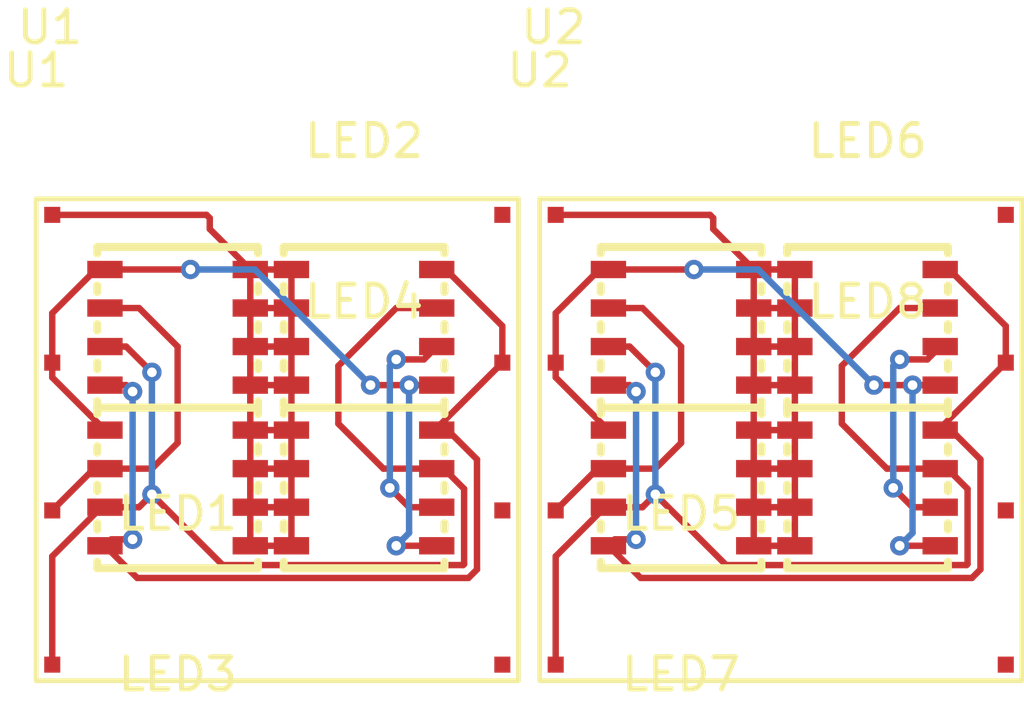
<source format=kicad_pcb>
(kicad_pcb (version 20241229) (generator "pcbnew") (generator_version "9.0")
  (layers (0 "F.Cu" signal) (2 "B.Cu" signal) (13 "F.Paste" user) (15 "B.Paste" user) (5 "F.SilkS" user "F.Silkscreen") (7 "B.SilkS" user "B.Silkscreen") (1 "F.Mask" user) (3 "B.Mask" user) (25 "Edge.Cuts" user))
  (net 0 "")
  (net 1 "pixels[0]-anode")
  (net 2 "pixels[1]-cathode_uv")
  (net 3 "pixels[0]-cathode_cold_white")
  (net 4 "pixels[1]-cathode_ir")
  (net 5 "pixels[0]-cathode_red")
  (net 6 "pixels[0]-cathode_blue")
  (net 7 "pixels[1]-cathode_cold_white")
  (net 8 "pixels[1]-cathode_blue")
  (net 9 "pixels[0]-cathode_green")
  (net 10 "pixels[0]-cathode_ir")
  (net 11 "pixels[1]-cathode_warm_white")
  (net 12 "pixels[0]-cathode_uv")
  (net 13 "pixels[0]-cathode_warm_white")
  (net 14 "pixels[1]-cathode_red")
  (net 15 "pixels[1]-cathode_green")
  (net 16 "pixels[1]-anode")
  (footprint "HONGLITRONIC_HL_5050RGBW_S1_A27:LED-SMD_8P-L5.0-W5.0-P1.20_HL-5050RGBW-S1-A27" (layer "F.Cu") (at 30.6 34)
    (property "Reference" "LED4" (at 0 -5.8 0) (layer "F.SilkS"))
    (property "Value" "")
    (fp_line (start -2.5 -2.5) (end -2.5 -2.3) (stroke (width 0.25)) (layer "F.SilkS"))
    (fp_line (start -2.5 -1.3) (end -2.5 -1.1) (stroke (width 0.25)) (layer "F.SilkS"))
    (fp_line (start -2.5 -0.1) (end -2.5 0.1) (stroke (width 0.25)) (layer "F.SilkS"))
    (fp_line (start -2.5 1.1) (end -2.5 1.3) (stroke (width 0.25)) (layer "F.SilkS"))
    (fp_line (start -2.5 2.3) (end -2.5 2.5) (stroke (width 0.25)) (layer "F.SilkS"))
    (fp_line (start -2.5 2.5) (end 2.5 2.5) (stroke (width 0.25)) (layer "F.SilkS"))
    (fp_line (start 2.5 -2.5) (end -2.5 -2.5) (stroke (width 0.25)) (layer "F.SilkS"))
    (fp_line (start 2.5 -2.3) (end 2.5 -2.5) (stroke (width 0.25)) (layer "F.SilkS"))
    (fp_line (start 2.5 -1.1) (end 2.5 -1.3) (stroke (width 0.25)) (layer "F.SilkS"))
    (fp_line (start 2.5 0.1) (end 2.5 -0.1) (stroke (width 0.25)) (layer "F.SilkS"))
    (fp_line (start 2.5 1.3) (end 2.5 1.1) (stroke (width 0.25)) (layer "F.SilkS"))
    (fp_line (start 2.5 2.5) (end 2.5 2.3) (stroke (width 0.25)) (layer "F.SilkS"))
    (fp_text user "${REFERENCE}" (at 0 -5.8 0) (layer "F.SilkS"))
    (pad "1" smd rect (at 2.26 -1.8 90) (size 0.54 1.1) (layers "F.Cu" "F.Mask" "F.Paste") (net 3 "pixels[0]-cathode_cold_white"))
    (pad "2" smd rect (at -2.26 -1.8 90) (size 0.54 1.1) (layers "F.Cu" "F.Mask" "F.Paste") (net 1 "pixels[0]-anode"))
    (pad "3" smd rect (at 2.26 -0.6 90) (size 0.54 1.1) (layers "F.Cu" "F.Mask" "F.Paste") (net 6 "pixels[0]-cathode_blue"))
    (pad "4" smd rect (at -2.26 -0.6 90) (size 0.54 1.1) (layers "F.Cu" "F.Mask" "F.Paste") (net 1 "pixels[0]-anode"))
    (pad "5" smd rect (at 2.26 0.6 90) (size 0.54 1.1) (layers "F.Cu" "F.Mask" "F.Paste") (net 9 "pixels[0]-cathode_green"))
    (pad "6" smd rect (at -2.26 0.6 90) (size 0.54 1.1) (layers "F.Cu" "F.Mask" "F.Paste") (net 1 "pixels[0]-anode"))
    (pad "7" smd rect (at 2.26 1.8 90) (size 0.54 1.1) (layers "F.Cu" "F.Mask" "F.Paste") (net 5 "pixels[0]-cathode_red"))
    (pad "8" smd rect (at -2.26 1.8 90) (size 0.54 1.1) (layers "F.Cu" "F.Mask" "F.Paste") (net 1 "pixels[0]-anode"))
  )
  (footprint "HONGLITRONIC_HL_5050RGBW_S1_A27:LED-SMD_8P-L5.0-W5.0-P1.20_HL-5050RGBW-S1-A27" (layer "F.Cu") (at 24.8 29 180)
    (property "Reference" "LED1" (at 0 -5.8 180) (layer "F.SilkS"))
    (property "Value" "")
    (fp_line (start 2.5 2.5) (end 2.5 2.3) (stroke (width 0.25)) (layer "F.SilkS"))
    (fp_line (start 2.5 1.3) (end 2.5 1.1) (stroke (width 0.25)) (layer "F.SilkS"))
    (fp_line (start 2.5 0.1) (end 2.5 -0.1) (stroke (width 0.25)) (layer "F.SilkS"))
    (fp_line (start 2.5 -1.1) (end 2.5 -1.3) (stroke (width 0.25)) (layer "F.SilkS"))
    (fp_line (start 2.5 -2.3) (end 2.5 -2.5) (stroke (width 0.25)) (layer "F.SilkS"))
    (fp_line (start 2.5 -2.5) (end -2.5 -2.5) (stroke (width 0.25)) (layer "F.SilkS"))
    (fp_line (start -2.5 2.5) (end 2.5 2.5) (stroke (width 0.25)) (layer "F.SilkS"))
    (fp_line (start -2.5 2.3) (end -2.5 2.5) (stroke (width 0.25)) (layer "F.SilkS"))
    (fp_line (start -2.5 1.1) (end -2.5 1.3) (stroke (width 0.25)) (layer "F.SilkS"))
    (fp_line (start -2.5 -0.1) (end -2.5 0.1) (stroke (width 0.25)) (layer "F.SilkS"))
    (fp_line (start -2.5 -1.3) (end -2.5 -1.1) (stroke (width 0.25)) (layer "F.SilkS"))
    (fp_line (start -2.5 -2.5) (end -2.5 -2.3) (stroke (width 0.25)) (layer "F.SilkS"))
    (fp_text user "${REFERENCE}" (at 0 -5.8 180) (layer "F.SilkS"))
    (pad "1" smd rect (at 2.26 -1.8 270) (size 0.54 1.1) (layers "F.Cu" "F.Mask" "F.Paste") (net 3 "pixels[0]-cathode_cold_white"))
    (pad "2" smd rect (at -2.26 -1.8 270) (size 0.54 1.1) (layers "F.Cu" "F.Mask" "F.Paste") (net 1 "pixels[0]-anode"))
    (pad "3" smd rect (at 2.26 -0.6 270) (size 0.54 1.1) (layers "F.Cu" "F.Mask" "F.Paste") (net 6 "pixels[0]-cathode_blue"))
    (pad "4" smd rect (at -2.26 -0.6 270) (size 0.54 1.1) (layers "F.Cu" "F.Mask" "F.Paste") (net 1 "pixels[0]-anode"))
    (pad "5" smd rect (at 2.26 0.6 270) (size 0.54 1.1) (layers "F.Cu" "F.Mask" "F.Paste") (net 9 "pixels[0]-cathode_green"))
    (pad "6" smd rect (at -2.26 0.6 270) (size 0.54 1.1) (layers "F.Cu" "F.Mask" "F.Paste") (net 1 "pixels[0]-anode"))
    (pad "7" smd rect (at 2.26 1.8 270) (size 0.54 1.1) (layers "F.Cu" "F.Mask" "F.Paste") (net 5 "pixels[0]-cathode_red"))
    (pad "8" smd rect (at -2.26 1.8 270) (size 0.54 1.1) (layers "F.Cu" "F.Mask" "F.Paste") (net 1 "pixels[0]-anode"))
  )
  (footprint "HONGLITRONIC_HL_5050RGBW_S1_A27:LED-SMD_8P-L5.0-W5.0-P1.20_HL-5050RGBW-S1-A27" (layer "F.Cu") (at 46.26 34)
    (property "Reference" "LED8" (at 0 -5.8 0) (layer "F.SilkS"))
    (property "Value" "")
    (fp_line (start -2.5 -2.5) (end -2.5 -2.3) (stroke (width 0.25)) (layer "F.SilkS"))
    (fp_line (start -2.5 -1.3) (end -2.5 -1.1) (stroke (width 0.25)) (layer "F.SilkS"))
    (fp_line (start -2.5 -0.1) (end -2.5 0.1) (stroke (width 0.25)) (layer "F.SilkS"))
    (fp_line (start -2.5 1.1) (end -2.5 1.3) (stroke (width 0.25)) (layer "F.SilkS"))
    (fp_line (start -2.5 2.3) (end -2.5 2.5) (stroke (width 0.25)) (layer "F.SilkS"))
    (fp_line (start -2.5 2.5) (end 2.5 2.5) (stroke (width 0.25)) (layer "F.SilkS"))
    (fp_line (start 2.5 -2.5) (end -2.5 -2.5) (stroke (width 0.25)) (layer "F.SilkS"))
    (fp_line (start 2.5 -2.3) (end 2.5 -2.5) (stroke (width 0.25)) (layer "F.SilkS"))
    (fp_line (start 2.5 -1.1) (end 2.5 -1.3) (stroke (width 0.25)) (layer "F.SilkS"))
    (fp_line (start 2.5 0.1) (end 2.5 -0.1) (stroke (width 0.25)) (layer "F.SilkS"))
    (fp_line (start 2.5 1.3) (end 2.5 1.1) (stroke (width 0.25)) (layer "F.SilkS"))
    (fp_line (start 2.5 2.5) (end 2.5 2.3) (stroke (width 0.25)) (layer "F.SilkS"))
    (fp_text user "${REFERENCE}" (at 0 -5.8 0) (layer "F.SilkS"))
    (pad "1" smd rect (at 2.26 -1.8 90) (size 0.54 1.1) (layers "F.Cu" "F.Mask" "F.Paste") (net 7 "pixels[1]-cathode_cold_white"))
    (pad "2" smd rect (at -2.26 -1.8 90) (size 0.54 1.1) (layers "F.Cu" "F.Mask" "F.Paste") (net 16 "pixels[1]-anode"))
    (pad "3" smd rect (at 2.26 -0.6 90) (size 0.54 1.1) (layers "F.Cu" "F.Mask" "F.Paste") (net 8 "pixels[1]-cathode_blue"))
    (pad "4" smd rect (at -2.26 -0.6 90) (size 0.54 1.1) (layers "F.Cu" "F.Mask" "F.Paste") (net 16 "pixels[1]-anode"))
    (pad "5" smd rect (at 2.26 0.6 90) (size 0.54 1.1) (layers "F.Cu" "F.Mask" "F.Paste") (net 15 "pixels[1]-cathode_green"))
    (pad "6" smd rect (at -2.26 0.6 90) (size 0.54 1.1) (layers "F.Cu" "F.Mask" "F.Paste") (net 16 "pixels[1]-anode"))
    (pad "7" smd rect (at 2.26 1.8 90) (size 0.54 1.1) (layers "F.Cu" "F.Mask" "F.Paste") (net 14 "pixels[1]-cathode_red"))
    (pad "8" smd rect (at -2.26 1.8 90) (size 0.54 1.1) (layers "F.Cu" "F.Mask" "F.Paste") (net 16 "pixels[1]-anode"))
  )
  (footprint "HONGLITRONIC_HL_5050RGBW_S1_A27:LED-SMD_8P-L5.0-W5.0-P1.20_HL-5050RGBW-S1-A27" (layer "F.Cu") (at 30.6 29)
    (property "Reference" "LED2" (at 0 -5.8 0) (layer "F.SilkS"))
    (property "Value" "")
    (fp_line (start -2.5 -2.5) (end -2.5 -2.3) (stroke (width 0.25)) (layer "F.SilkS"))
    (fp_line (start -2.5 -1.3) (end -2.5 -1.1) (stroke (width 0.25)) (layer "F.SilkS"))
    (fp_line (start -2.5 -0.1) (end -2.5 0.1) (stroke (width 0.25)) (layer "F.SilkS"))
    (fp_line (start -2.5 1.1) (end -2.5 1.3) (stroke (width 0.25)) (layer "F.SilkS"))
    (fp_line (start -2.5 2.3) (end -2.5 2.5) (stroke (width 0.25)) (layer "F.SilkS"))
    (fp_line (start -2.5 2.5) (end 2.5 2.5) (stroke (width 0.25)) (layer "F.SilkS"))
    (fp_line (start 2.5 -2.5) (end -2.5 -2.5) (stroke (width 0.25)) (layer "F.SilkS"))
    (fp_line (start 2.5 -2.3) (end 2.5 -2.5) (stroke (width 0.25)) (layer "F.SilkS"))
    (fp_line (start 2.5 -1.1) (end 2.5 -1.3) (stroke (width 0.25)) (layer "F.SilkS"))
    (fp_line (start 2.5 0.1) (end 2.5 -0.1) (stroke (width 0.25)) (layer "F.SilkS"))
    (fp_line (start 2.5 1.3) (end 2.5 1.1) (stroke (width 0.25)) (layer "F.SilkS"))
    (fp_line (start 2.5 2.5) (end 2.5 2.3) (stroke (width 0.25)) (layer "F.SilkS"))
    (fp_text user "${REFERENCE}" (at 0 -5.8 0) (layer "F.SilkS"))
    (pad "1" smd rect (at 2.26 -1.8 90) (size 0.54 1.1) (layers "F.Cu" "F.Mask" "F.Paste") (net 3 "pixels[0]-cathode_cold_white"))
    (pad "2" smd rect (at -2.26 -1.8 90) (size 0.54 1.1) (layers "F.Cu" "F.Mask" "F.Paste") (net 1 "pixels[0]-anode"))
    (pad "3" smd rect (at 2.26 -0.6 90) (size 0.54 1.1) (layers "F.Cu" "F.Mask" "F.Paste") (net 6 "pixels[0]-cathode_blue"))
    (pad "4" smd rect (at -2.26 -0.6 90) (size 0.54 1.1) (layers "F.Cu" "F.Mask" "F.Paste") (net 1 "pixels[0]-anode"))
    (pad "5" smd rect (at 2.26 0.6 90) (size 0.54 1.1) (layers "F.Cu" "F.Mask" "F.Paste") (net 9 "pixels[0]-cathode_green"))
    (pad "6" smd rect (at -2.26 0.6 90) (size 0.54 1.1) (layers "F.Cu" "F.Mask" "F.Paste") (net 1 "pixels[0]-anode"))
    (pad "7" smd rect (at 2.26 1.8 90) (size 0.54 1.1) (layers "F.Cu" "F.Mask" "F.Paste") (net 5 "pixels[0]-cathode_red"))
    (pad "8" smd rect (at -2.26 1.8 90) (size 0.54 1.1) (layers "F.Cu" "F.Mask" "F.Paste") (net 1 "pixels[0]-anode"))
  )
  (footprint "HONGLITRONIC_HL_5050RGBW_S1_A27:LED-SMD_8P-L5.0-W5.0-P1.20_HL-5050RGBW-S1-A27" (layer "F.Cu") (at 40.46 34 180)
    (property "Reference" "LED7" (at 0 -5.8 180) (layer "F.SilkS"))
    (property "Value" "")
    (fp_line (start 2.5 2.5) (end 2.5 2.3) (stroke (width 0.25)) (layer "F.SilkS"))
    (fp_line (start 2.5 1.3) (end 2.5 1.1) (stroke (width 0.25)) (layer "F.SilkS"))
    (fp_line (start 2.5 0.1) (end 2.5 -0.1) (stroke (width 0.25)) (layer "F.SilkS"))
    (fp_line (start 2.5 -1.1) (end 2.5 -1.3) (stroke (width 0.25)) (layer "F.SilkS"))
    (fp_line (start 2.5 -2.3) (end 2.5 -2.5) (stroke (width 0.25)) (layer "F.SilkS"))
    (fp_line (start 2.5 -2.5) (end -2.5 -2.5) (stroke (width 0.25)) (layer "F.SilkS"))
    (fp_line (start -2.5 2.5) (end 2.5 2.5) (stroke (width 0.25)) (layer "F.SilkS"))
    (fp_line (start -2.5 2.3) (end -2.5 2.5) (stroke (width 0.25)) (layer "F.SilkS"))
    (fp_line (start -2.5 1.1) (end -2.5 1.3) (stroke (width 0.25)) (layer "F.SilkS"))
    (fp_line (start -2.5 -0.1) (end -2.5 0.1) (stroke (width 0.25)) (layer "F.SilkS"))
    (fp_line (start -2.5 -1.3) (end -2.5 -1.1) (stroke (width 0.25)) (layer "F.SilkS"))
    (fp_line (start -2.5 -2.5) (end -2.5 -2.3) (stroke (width 0.25)) (layer "F.SilkS"))
    (fp_text user "${REFERENCE}" (at 0 -5.8 180) (layer "F.SilkS"))
    (pad "1" smd rect (at 2.26 -1.8 270) (size 0.54 1.1) (layers "F.Cu" "F.Mask" "F.Paste") (net 7 "pixels[1]-cathode_cold_white"))
    (pad "2" smd rect (at -2.26 -1.8 270) (size 0.54 1.1) (layers "F.Cu" "F.Mask" "F.Paste") (net 16 "pixels[1]-anode"))
    (pad "3" smd rect (at 2.26 -0.6 270) (size 0.54 1.1) (layers "F.Cu" "F.Mask" "F.Paste") (net 8 "pixels[1]-cathode_blue"))
    (pad "4" smd rect (at -2.26 -0.6 270) (size 0.54 1.1) (layers "F.Cu" "F.Mask" "F.Paste") (net 16 "pixels[1]-anode"))
    (pad "5" smd rect (at 2.26 0.6 270) (size 0.54 1.1) (layers "F.Cu" "F.Mask" "F.Paste") (net 15 "pixels[1]-cathode_green"))
    (pad "6" smd rect (at -2.26 0.6 270) (size 0.54 1.1) (layers "F.Cu" "F.Mask" "F.Paste") (net 16 "pixels[1]-anode"))
    (pad "7" smd rect (at 2.26 1.8 270) (size 0.54 1.1) (layers "F.Cu" "F.Mask" "F.Paste") (net 14 "pixels[1]-cathode_red"))
    (pad "8" smd rect (at -2.26 1.8 270) (size 0.54 1.1) (layers "F.Cu" "F.Mask" "F.Paste") (net 16 "pixels[1]-anode"))
  )
  (footprint "HONGLITRONIC_HL_5050RGBW_S1_A27:LED-SMD_8P-L5.0-W5.0-P1.20_HL-5050RGBW-S1-A27" (layer "F.Cu") (at 24.8 34 180)
    (property "Reference" "LED3" (at 0 -5.8 180) (layer "F.SilkS"))
    (property "Value" "")
    (fp_line (start 2.5 2.5) (end 2.5 2.3) (stroke (width 0.25)) (layer "F.SilkS"))
    (fp_line (start 2.5 1.3) (end 2.5 1.1) (stroke (width 0.25)) (layer "F.SilkS"))
    (fp_line (start 2.5 0.1) (end 2.5 -0.1) (stroke (width 0.25)) (layer "F.SilkS"))
    (fp_line (start 2.5 -1.1) (end 2.5 -1.3) (stroke (width 0.25)) (layer "F.SilkS"))
    (fp_line (start 2.5 -2.3) (end 2.5 -2.5) (stroke (width 0.25)) (layer "F.SilkS"))
    (fp_line (start 2.5 -2.5) (end -2.5 -2.5) (stroke (width 0.25)) (layer "F.SilkS"))
    (fp_line (start -2.5 2.5) (end 2.5 2.5) (stroke (width 0.25)) (layer "F.SilkS"))
    (fp_line (start -2.5 2.3) (end -2.5 2.5) (stroke (width 0.25)) (layer "F.SilkS"))
    (fp_line (start -2.5 1.1) (end -2.5 1.3) (stroke (width 0.25)) (layer "F.SilkS"))
    (fp_line (start -2.5 -0.1) (end -2.5 0.1) (stroke (width 0.25)) (layer "F.SilkS"))
    (fp_line (start -2.5 -1.3) (end -2.5 -1.1) (stroke (width 0.25)) (layer "F.SilkS"))
    (fp_line (start -2.5 -2.5) (end -2.5 -2.3) (stroke (width 0.25)) (layer "F.SilkS"))
    (fp_text user "${REFERENCE}" (at 0 -5.8 180) (layer "F.SilkS"))
    (pad "1" smd rect (at 2.26 -1.8 270) (size 0.54 1.1) (layers "F.Cu" "F.Mask" "F.Paste") (net 3 "pixels[0]-cathode_cold_white"))
    (pad "2" smd rect (at -2.26 -1.8 270) (size 0.54 1.1) (layers "F.Cu" "F.Mask" "F.Paste") (net 1 "pixels[0]-anode"))
    (pad "3" smd rect (at 2.26 -0.6 270) (size 0.54 1.1) (layers "F.Cu" "F.Mask" "F.Paste") (net 6 "pixels[0]-cathode_blue"))
    (pad "4" smd rect (at -2.26 -0.6 270) (size 0.54 1.1) (layers "F.Cu" "F.Mask" "F.Paste") (net 1 "pixels[0]-anode"))
    (pad "5" smd rect (at 2.26 0.6 270) (size 0.54 1.1) (layers "F.Cu" "F.Mask" "F.Paste") (net 9 "pixels[0]-cathode_green"))
    (pad "6" smd rect (at -2.26 0.6 270) (size 0.54 1.1) (layers "F.Cu" "F.Mask" "F.Paste") (net 1 "pixels[0]-anode"))
    (pad "7" smd rect (at 2.26 1.8 270) (size 0.54 1.1) (layers "F.Cu" "F.Mask" "F.Paste") (net 5 "pixels[0]-cathode_red"))
    (pad "8" smd rect (at -2.26 1.8 270) (size 0.54 1.1) (layers "F.Cu" "F.Mask" "F.Paste") (net 1 "pixels[0]-anode"))
  )
  (footprint "ATOPILE_PIXEL15:pixel15" (layer "F.Cu") (at 20.4 25)
    (property "Reference" "U1" (at 0.43 -5.34 0) (layer "F.SilkS"))
    (property "Value" "" (hide yes))
    (fp_line (start 0 0) (end 0 15) (stroke (width 0.15)) (layer "F.SilkS"))
    (fp_line (start 0 0) (end 15 0) (stroke (width 0.15)) (layer "F.SilkS"))
    (fp_line (start 0 15) (end 15 15) (stroke (width 0.15)) (layer "F.SilkS"))
    (fp_line (start 15 0) (end 15 15) (stroke (width 0.15)) (layer "F.SilkS"))
    (fp_text user "${REFERENCE}" (at 0 -4 0) (layer "F.SilkS"))
    (pad "1" smd rect (at 0.5 0.5) (size 0.5 0.5) (layers "F.Cu" "F.Mask" "F.Paste") (net 1 "pixels[0]-anode"))
    (pad "2" smd rect (at 0.5 5.1) (size 0.5 0.5) (layers "F.Cu" "F.Mask" "F.Paste") (net 5 "pixels[0]-cathode_red"))
    (pad "3" smd rect (at 0.5 9.7) (size 0.5 0.5) (layers "F.Cu" "F.Mask" "F.Paste") (net 9 "pixels[0]-cathode_green"))
    (pad "4" smd rect (at 0.5 14.5) (size 0.5 0.5) (layers "F.Cu" "F.Mask" "F.Paste") (net 6 "pixels[0]-cathode_blue"))
    (pad "5" smd rect (at 14.5 0.5) (size 0.5 0.5) (layers "F.Cu" "F.Mask" "F.Paste") (net 13 "pixels[0]-cathode_warm_white"))
    (pad "6" smd rect (at 14.5 5.1) (size 0.5 0.5) (layers "F.Cu" "F.Mask" "F.Paste") (net 3 "pixels[0]-cathode_cold_white"))
    (pad "7" smd rect (at 14.5 9.7) (size 0.5 0.5) (layers "F.Cu" "F.Mask" "F.Paste") (net 12 "pixels[0]-cathode_uv"))
    (pad "8" smd rect (at 14.5 14.5) (size 0.5 0.5) (layers "F.Cu" "F.Mask" "F.Paste") (net 10 "pixels[0]-cathode_ir"))
  )
  (footprint "ATOPILE_PIXEL15:pixel15" (layer "F.Cu") (at 36.06 25)
    (property "Reference" "U2" (at 0.43 -5.34 0) (layer "F.SilkS"))
    (property "Value" "" (hide yes))
    (fp_line (start 0 0) (end 0 15) (stroke (width 0.15)) (layer "F.SilkS"))
    (fp_line (start 0 0) (end 15 0) (stroke (width 0.15)) (layer "F.SilkS"))
    (fp_line (start 0 15) (end 15 15) (stroke (width 0.15)) (layer "F.SilkS"))
    (fp_line (start 15 0) (end 15 15) (stroke (width 0.15)) (layer "F.SilkS"))
    (fp_text user "${REFERENCE}" (at 0 -4 0) (layer "F.SilkS"))
    (pad "1" smd rect (at 0.5 0.5) (size 0.5 0.5) (layers "F.Cu" "F.Mask" "F.Paste") (net 16 "pixels[1]-anode"))
    (pad "2" smd rect (at 0.5 5.1) (size 0.5 0.5) (layers "F.Cu" "F.Mask" "F.Paste") (net 14 "pixels[1]-cathode_red"))
    (pad "3" smd rect (at 0.5 9.7) (size 0.5 0.5) (layers "F.Cu" "F.Mask" "F.Paste") (net 15 "pixels[1]-cathode_green"))
    (pad "4" smd rect (at 0.5 14.5) (size 0.5 0.5) (layers "F.Cu" "F.Mask" "F.Paste") (net 8 "pixels[1]-cathode_blue"))
    (pad "5" smd rect (at 14.5 0.5) (size 0.5 0.5) (layers "F.Cu" "F.Mask" "F.Paste") (net 11 "pixels[1]-cathode_warm_white"))
    (pad "6" smd rect (at 14.5 5.1) (size 0.5 0.5) (layers "F.Cu" "F.Mask" "F.Paste") (net 7 "pixels[1]-cathode_cold_white"))
    (pad "7" smd rect (at 14.5 9.7) (size 0.5 0.5) (layers "F.Cu" "F.Mask" "F.Paste") (net 2 "pixels[1]-cathode_uv"))
    (pad "8" smd rect (at 14.5 14.5) (size 0.5 0.5) (layers "F.Cu" "F.Mask" "F.Paste") (net 4 "pixels[1]-cathode_ir"))
  )
  (footprint "HONGLITRONIC_HL_5050RGBW_S1_A27:LED-SMD_8P-L5.0-W5.0-P1.20_HL-5050RGBW-S1-A27" (layer "F.Cu") (at 40.46 29 180)
    (property "Reference" "LED5" (at 0 -5.8 180) (layer "F.SilkS"))
    (property "Value" "")
    (fp_line (start 2.5 2.5) (end 2.5 2.3) (stroke (width 0.25)) (layer "F.SilkS"))
    (fp_line (start 2.5 1.3) (end 2.5 1.1) (stroke (width 0.25)) (layer "F.SilkS"))
    (fp_line (start 2.5 0.1) (end 2.5 -0.1) (stroke (width 0.25)) (layer "F.SilkS"))
    (fp_line (start 2.5 -1.1) (end 2.5 -1.3) (stroke (width 0.25)) (layer "F.SilkS"))
    (fp_line (start 2.5 -2.3) (end 2.5 -2.5) (stroke (width 0.25)) (layer "F.SilkS"))
    (fp_line (start 2.5 -2.5) (end -2.5 -2.5) (stroke (width 0.25)) (layer "F.SilkS"))
    (fp_line (start -2.5 2.5) (end 2.5 2.5) (stroke (width 0.25)) (layer "F.SilkS"))
    (fp_line (start -2.5 2.3) (end -2.5 2.5) (stroke (width 0.25)) (layer "F.SilkS"))
    (fp_line (start -2.5 1.1) (end -2.5 1.3) (stroke (width 0.25)) (layer "F.SilkS"))
    (fp_line (start -2.5 -0.1) (end -2.5 0.1) (stroke (width 0.25)) (layer "F.SilkS"))
    (fp_line (start -2.5 -1.3) (end -2.5 -1.1) (stroke (width 0.25)) (layer "F.SilkS"))
    (fp_line (start -2.5 -2.5) (end -2.5 -2.3) (stroke (width 0.25)) (layer "F.SilkS"))
    (fp_text user "${REFERENCE}" (at 0 -5.8 180) (layer "F.SilkS"))
    (pad "1" smd rect (at 2.26 -1.8 270) (size 0.54 1.1) (layers "F.Cu" "F.Mask" "F.Paste") (net 7 "pixels[1]-cathode_cold_white"))
    (pad "2" smd rect (at -2.26 -1.8 270) (size 0.54 1.1) (layers "F.Cu" "F.Mask" "F.Paste") (net 16 "pixels[1]-anode"))
    (pad "3" smd rect (at 2.26 -0.6 270) (size 0.54 1.1) (layers "F.Cu" "F.Mask" "F.Paste") (net 8 "pixels[1]-cathode_blue"))
    (pad "4" smd rect (at -2.26 -0.6 270) (size 0.54 1.1) (layers "F.Cu" "F.Mask" "F.Paste") (net 16 "pixels[1]-anode"))
    (pad "5" smd rect (at 2.26 0.6 270) (size 0.54 1.1) (layers "F.Cu" "F.Mask" "F.Paste") (net 15 "pixels[1]-cathode_green"))
    (pad "6" smd rect (at -2.26 0.6 270) (size 0.54 1.1) (layers "F.Cu" "F.Mask" "F.Paste") (net 16 "pixels[1]-anode"))
    (pad "7" smd rect (at 2.26 1.8 270) (size 0.54 1.1) (layers "F.Cu" "F.Mask" "F.Paste") (net 14 "pixels[1]-cathode_red"))
    (pad "8" smd rect (at -2.26 1.8 270) (size 0.54 1.1) (layers "F.Cu" "F.Mask" "F.Paste") (net 16 "pixels[1]-anode"))
  )
  (footprint "HONGLITRONIC_HL_5050RGBW_S1_A27:LED-SMD_8P-L5.0-W5.0-P1.20_HL-5050RGBW-S1-A27" (layer "F.Cu") (at 46.26 29)
    (property "Reference" "LED6" (at 0 -5.8 0) (layer "F.SilkS"))
    (property "Value" "")
    (fp_line (start -2.5 -2.5) (end -2.5 -2.3) (stroke (width 0.25)) (layer "F.SilkS"))
    (fp_line (start -2.5 -1.3) (end -2.5 -1.1) (stroke (width 0.25)) (layer "F.SilkS"))
    (fp_line (start -2.5 -0.1) (end -2.5 0.1) (stroke (width 0.25)) (layer "F.SilkS"))
    (fp_line (start -2.5 1.1) (end -2.5 1.3) (stroke (width 0.25)) (layer "F.SilkS"))
    (fp_line (start -2.5 2.3) (end -2.5 2.5) (stroke (width 0.25)) (layer "F.SilkS"))
    (fp_line (start -2.5 2.5) (end 2.5 2.5) (stroke (width 0.25)) (layer "F.SilkS"))
    (fp_line (start 2.5 -2.5) (end -2.5 -2.5) (stroke (width 0.25)) (layer "F.SilkS"))
    (fp_line (start 2.5 -2.3) (end 2.5 -2.5) (stroke (width 0.25)) (layer "F.SilkS"))
    (fp_line (start 2.5 -1.1) (end 2.5 -1.3) (stroke (width 0.25)) (layer "F.SilkS"))
    (fp_line (start 2.5 0.1) (end 2.5 -0.1) (stroke (width 0.25)) (layer "F.SilkS"))
    (fp_line (start 2.5 1.3) (end 2.5 1.1) (stroke (width 0.25)) (layer "F.SilkS"))
    (fp_line (start 2.5 2.5) (end 2.5 2.3) (stroke (width 0.25)) (layer "F.SilkS"))
    (fp_text user "${REFERENCE}" (at 0 -5.8 0) (layer "F.SilkS"))
    (pad "1" smd rect (at 2.26 -1.8 90) (size 0.54 1.1) (layers "F.Cu" "F.Mask" "F.Paste") (net 7 "pixels[1]-cathode_cold_white"))
    (pad "2" smd rect (at -2.26 -1.8 90) (size 0.54 1.1) (layers "F.Cu" "F.Mask" "F.Paste") (net 16 "pixels[1]-anode"))
    (pad "3" smd rect (at 2.26 -0.6 90) (size 0.54 1.1) (layers "F.Cu" "F.Mask" "F.Paste") (net 8 "pixels[1]-cathode_blue"))
    (pad "4" smd rect (at -2.26 -0.6 90) (size 0.54 1.1) (layers "F.Cu" "F.Mask" "F.Paste") (net 16 "pixels[1]-anode"))
    (pad "5" smd rect (at 2.26 0.6 90) (size 0.54 1.1) (layers "F.Cu" "F.Mask" "F.Paste") (net 15 "pixels[1]-cathode_green"))
    (pad "6" smd rect (at -2.26 0.6 90) (size 0.54 1.1) (layers "F.Cu" "F.Mask" "F.Paste") (net 16 "pixels[1]-anode"))
    (pad "7" smd rect (at 2.26 1.8 90) (size 0.54 1.1) (layers "F.Cu" "F.Mask" "F.Paste") (net 14 "pixels[1]-cathode_red"))
    (pad "8" smd rect (at -2.26 1.8 90) (size 0.54 1.1) (layers "F.Cu" "F.Mask" "F.Paste") (net 16 "pixels[1]-anode"))
  )
  (segment (start 27.06 29.6) (end 28.34 29.6) (width 0.2) (layer "F.Cu") (net 1))
  (segment (start 25.8 25.94) (end 25.8 25.6) (width 0.2) (layer "F.Cu") (net 1))
  (segment (start 27.06 28.4) (end 28.34 28.4) (width 0.2) (layer "F.Cu") (net 1))
  (segment (start 25.8 25.6) (end 25.7 25.5) (width 0.2) (layer "F.Cu") (net 1))
  (segment (start 27.06 27.2) (end 28.34 27.2) (width 0.2) (layer "F.Cu") (net 1))
  (segment (start 27.06 27.2) (end 25.8 25.94) (width 0.2) (layer "F.Cu") (net 1))
  (segment (start 28.34 32.2) (end 28.34 35.8) (width 0.2) (layer "F.Cu") (net 1))
  (segment (start 27.06 32.2) (end 27.06 35.8) (width 0.2) (layer "F.Cu") (net 1))
  (segment (start 27.06 27.2) (end 27.06 30.8) (width 0.2) (layer "F.Cu") (net 1))
  (segment (start 27.06 30.8) (end 27.06 32.2) (width 0.2) (layer "F.Cu") (net 1))
  (segment (start 28.34 30.8) (end 28.34 27.2) (width 0.2) (layer "F.Cu") (net 1))
  (segment (start 25.7 25.5) (end 20.9 25.5) (width 0.2) (layer "F.Cu") (net 1))
  (segment (start 27.06 33.4) (end 28.34 33.4) (width 0.2) (layer "F.Cu") (net 1))
  (segment (start 27.06 35.8) (end 28.34 35.8) (width 0.2) (layer "F.Cu") (net 1))
  (segment (start 27.06 34.6) (end 28.34 34.6) (width 0.2) (layer "F.Cu") (net 1))
  (segment (start 27.06 32.2) (end 28.34 32.2) (width 0.2) (layer "F.Cu") (net 1))
  (segment (start 27.06 30.8) (end 28.34 30.8) (width 0.2) (layer "F.Cu") (net 1))
  (segment (start 28.34 30.8) (end 28.34 32.2) (width 0.2) (layer "F.Cu") (net 1))
  (segment (start 33.14 27.2) (end 34.9 28.96) (width 0.2) (layer "F.Cu") (net 3))
  (segment (start 23.2 30.8) (end 23.4 31) (width 0.2) (layer "F.Cu") (net 3))
  (segment (start 34.112 33.112) (end 33.2 32.2) (width 0.2) (layer "F.Cu") (net 3))
  (segment (start 34.112 36.5371) (end 34.112 33.112) (width 0.2) (layer "F.Cu") (net 3))
  (segment (start 32.86 32.2) (end 32.86 32.14) (width 0.2) (layer "F.Cu") (net 3))
  (segment (start 23.4 35.6) (end 22.74 35.6) (width 0.2) (layer "F.Cu") (net 3))
  (segment (start 22.54 30.8) (end 23.2 30.8) (width 0.2) (layer "F.Cu") (net 3))
  (segment (start 34.9 28.96) (end 34.9 30.1) (width 0.2) (layer "F.Cu") (net 3))
  (segment (start 23.542 36.802) (end 33.8471 36.802) (width 0.2) (layer "F.Cu") (net 3))
  (segment (start 32.86 27.2) (end 33.14 27.2) (width 0.2) (layer "F.Cu") (net 3))
  (segment (start 32.86 32.14) (end 34.9 30.1) (width 0.2) (layer "F.Cu") (net 3))
  (segment (start 22.54 35.8) (end 23.542 36.802) (width 0.2) (layer "F.Cu") (net 3))
  (segment (start 22.74 35.6) (end 22.54 35.8) (width 0.2) (layer "F.Cu") (net 3))
  (segment (start 33.2 32.2) (end 32.86 32.2) (width 0.2) (layer "F.Cu") (net 3))
  (segment (start 33.8471 36.802) (end 34.112 36.5371) (width 0.2) (layer "F.Cu") (net 3))
  (via (at 23.4 35.6) (size 0.6) (drill 0.3) (layers "F.Cu" "B.Cu") (net 3))
  (via (at 23.4 31) (size 0.6) (drill 0.3) (layers "F.Cu" "B.Cu") (net 3))
  (segment (start 23.4 31) (end 23.4 35.6) (width 0.2) (layer "B.Cu") (net 3))
  (segment (start 32.86 30.8) (end 32 30.8) (width 0.2) (layer "F.Cu") (net 5))
  (segment (start 20.9 30.56) (end 20.9 30.1) (width 0.2) (layer "F.Cu") (net 5))
  (segment (start 20.9 28.56) (end 20.9 30.1) (width 0.2) (layer "F.Cu") (net 5))
  (segment (start 22.54 27.2) (end 22.26 27.2) (width 0.2) (layer "F.Cu") (net 5))
  (segment (start 22.54 27.2) (end 25.2 27.2) (width 0.2) (layer "F.Cu") (net 5))
  (segment (start 31.6 35.8) (end 32.86 35.8) (width 0.2) (layer "F.Cu") (net 5))
  (segment (start 22.54 32.2) (end 20.9 30.56) (width 0.2) (layer "F.Cu") (net 5))
  (segment (start 22.26 27.2) (end 20.9 28.56) (width 0.2) (layer "F.Cu") (net 5))
  (segment (start 30.8 30.8) (end 32 30.8) (width 0.2) (layer "F.Cu") (net 5))
  (via (at 30.8 30.8) (size 0.6) (drill 0.3) (layers "F.Cu" "B.Cu") (net 5))
  (via (at 31.6 35.8) (size 0.6) (drill 0.3) (layers "F.Cu" "B.Cu") (net 5))
  (via (at 32 30.8) (size 0.6) (drill 0.3) (layers "F.Cu" "B.Cu") (net 5))
  (via (at 25.2 27.2) (size 0.6) (drill 0.3) (layers "F.Cu" "B.Cu") (net 5))
  (segment (start 32 35.4) (end 31.6 35.8) (width 0.2) (layer "B.Cu") (net 5))
  (segment (start 27.2 27.2) (end 30.8 30.8) (width 0.2) (layer "B.Cu") (net 5))
  (segment (start 25.2 27.2) (end 27.2 27.2) (width 0.2) (layer "B.Cu") (net 5))
  (segment (start 32 30.8) (end 32 35.4) (width 0.2) (layer "B.Cu") (net 5))
  (segment (start 33.711 34.029) (end 33.711 36.371) (width 0.2) (layer "F.Cu") (net 6))
  (segment (start 29.8 30.2) (end 31.6 28.4) (width 0.2) (layer "F.Cu") (net 6))
  (segment (start 24 34.2) (end 23.6 34.6) (width 0.2) (layer "F.Cu") (net 6))
  (segment (start 33.711 36.371) (end 33.681 36.401) (width 0.2) (layer "F.Cu") (net 6))
  (segment (start 31.2 33.4) (end 29.8 32) (width 0.2) (layer "F.Cu") (net 6))
  (segment (start 20.9 36.129) (end 22.429 34.6) (width 0.2) (layer "F.Cu") (net 6))
  (segment (start 22.429 34.6) (end 22.54 34.6) (width 0.2) (layer "F.Cu") (net 6))
  (segment (start 20.9 39.5) (end 20.9 36.129) (width 0.2) (layer "F.Cu") (net 6))
  (segment (start 23.2 29.6) (end 24 30.4) (width 0.2) (layer "F.Cu") (net 6))
  (segment (start 22.54 29.6) (end 23.2 29.6) (width 0.2) (layer "F.Cu") (net 6))
  (segment (start 32.86 33.4) (end 31.2 33.4) (width 0.2) (layer "F.Cu") (net 6))
  (segment (start 26.201 36.401) (end 24 34.2) (width 0.2) (layer "F.Cu") (net 6))
  (segment (start 33.082 33.4) (end 33.711 34.029) (width 0.2) (layer "F.Cu") (net 6))
  (segment (start 29.8 32) (end 29.8 30.2) (width 0.2) (layer "F.Cu") (net 6))
  (segment (start 32.86 33.4) (end 33.082 33.4) (width 0.2) (layer "F.Cu") (net 6))
  (segment (start 33.681 36.401) (end 26.201 36.401) (width 0.2) (layer "F.Cu") (net 6))
  (segment (start 23.6 34.6) (end 22.54 34.6) (width 0.2) (layer "F.Cu") (net 6))
  (segment (start 31.6 28.4) (end 32.86 28.4) (width 0.2) (layer "F.Cu") (net 6))
  (via (at 24 34.2) (size 0.6) (drill 0.3) (layers "F.Cu" "B.Cu") (net 6))
  (via (at 24 30.4) (size 0.6) (drill 0.3) (layers "F.Cu" "B.Cu") (net 6))
  (segment (start 24 30.4) (end 24 34.2) (width 0.2) (layer "B.Cu") (net 6))
  (segment (start 48.52 27.2) (end 48.8 27.2) (width 0.2) (layer "F.Cu") (net 7))
  (segment (start 38.4 35.6) (end 38.2 35.8) (width 0.2) (layer "F.Cu") (net 7))
  (segment (start 38.2 30.8) (end 38.86 30.8) (width 0.2) (layer "F.Cu") (net 7))
  (segment (start 39.202 36.802) (end 49.5071 36.802) (width 0.2) (layer "F.Cu") (net 7))
  (segment (start 50.56 28.96) (end 50.56 30.1) (width 0.2) (layer "F.Cu") (net 7))
  (segment (start 48.86 32.2) (end 48.52 32.2) (width 0.2) (layer "F.Cu") (net 7))
  (segment (start 48.52 32.2) (end 48.52 32.14) (width 0.2) (layer "F.Cu") (net 7))
  (segment (start 39.06 35.6) (end 38.4 35.6) (width 0.2) (layer "F.Cu") (net 7))
  (segment (start 48.8 27.2) (end 50.56 28.96) (width 0.2) (layer "F.Cu") (net 7))
  (segment (start 49.772 33.112) (end 48.86 32.2) (width 0.2) (layer "F.Cu") (net 7))
  (segment (start 38.86 30.8) (end 39.06 31) (width 0.2) (layer "F.Cu") (net 7))
  (segment (start 38.2 35.8) (end 39.202 36.802) (width 0.2) (layer "F.Cu") (net 7))
  (segment (start 48.52 32.14) (end 50.56 30.1) (width 0.2) (layer "F.Cu") (net 7))
  (segment (start 49.772 36.5371) (end 49.772 33.112) (width 0.2) (layer "F.Cu") (net 7))
  (segment (start 49.5071 36.802) (end 49.772 36.5371) (width 0.2) (layer "F.Cu") (net 7))
  (via (at 39.06 35.6) (size 0.6) (drill 0.3) (layers "F.Cu" "B.Cu") (net 7))
  (via (at 39.06 31) (size 0.6) (drill 0.3) (layers "F.Cu" "B.Cu") (net 7))
  (segment (start 39.06 31) (end 39.06 35.6) (width 0.2) (layer "B.Cu") (net 7))
  (segment (start 49.341 36.401) (end 41.861 36.401) (width 0.2) (layer "F.Cu") (net 8))
  (segment (start 47.26 28.4) (end 48.52 28.4) (width 0.2) (layer "F.Cu") (net 8))
  (segment (start 49.371 34.029) (end 49.371 36.371) (width 0.2) (layer "F.Cu") (net 8))
  (segment (start 38.089 34.6) (end 38.2 34.6) (width 0.2) (layer "F.Cu") (net 8))
  (segment (start 38.2 29.6) (end 38.86 29.6) (width 0.2) (layer "F.Cu") (net 8))
  (segment (start 48.742 33.4) (end 49.371 34.029) (width 0.2) (layer "F.Cu") (net 8))
  (segment (start 38.86 29.6) (end 39.66 30.4) (width 0.2) (layer "F.Cu") (net 8))
  (segment (start 48.52 33.4) (end 46.86 33.4) (width 0.2) (layer "F.Cu") (net 8))
  (segment (start 45.46 30.2) (end 47.26 28.4) (width 0.2) (layer "F.Cu") (net 8))
  (segment (start 39.66 34.2) (end 39.26 34.6) (width 0.2) (layer "F.Cu") (net 8))
  (segment (start 46.86 33.4) (end 45.46 32) (width 0.2) (layer "F.Cu") (net 8))
  (segment (start 49.371 36.371) (end 49.341 36.401) (width 0.2) (layer "F.Cu") (net 8))
  (segment (start 39.26 34.6) (end 38.2 34.6) (width 0.2) (layer "F.Cu") (net 8))
  (segment (start 36.56 36.129) (end 38.089 34.6) (width 0.2) (layer "F.Cu") (net 8))
  (segment (start 45.46 32) (end 45.46 30.2) (width 0.2) (layer "F.Cu") (net 8))
  (segment (start 41.861 36.401) (end 39.66 34.2) (width 0.2) (layer "F.Cu") (net 8))
  (segment (start 48.52 33.4) (end 48.742 33.4) (width 0.2) (layer "F.Cu") (net 8))
  (segment (start 36.56 39.5) (end 36.56 36.129) (width 0.2) (layer "F.Cu") (net 8))
  (via (at 39.66 34.2) (size 0.6) (drill 0.3) (layers "F.Cu" "B.Cu") (net 8))
  (via (at 39.66 30.4) (size 0.6) (drill 0.3) (layers "F.Cu" "B.Cu") (net 8))
  (segment (start 39.66 30.4) (end 39.66 34.2) (width 0.2) (layer "B.Cu") (net 8))
  (segment (start 24.8 32.6) (end 24 33.4) (width 0.2) (layer "F.Cu") (net 9))
  (segment (start 22.54 33.4) (end 22.2 33.4) (width 0.2) (layer "F.Cu") (net 9))
  (segment (start 32.86 34.6) (end 32 34.6) (width 0.2) (layer "F.Cu") (net 9))
  (segment (start 32 34.6) (end 31.4 34) (width 0.2) (layer "F.Cu") (net 9))
  (segment (start 24 33.4) (end 22.54 33.4) (width 0.2) (layer "F.Cu") (net 9))
  (segment (start 24.8 29.6) (end 24.8 32.6) (width 0.2) (layer "F.Cu") (net 9))
  (segment (start 22.54 28.4) (end 23.6 28.4) (width 0.2) (layer "F.Cu") (net 9))
  (segment (start 31.6 30) (end 32.46 30) (width 0.2) (layer "F.Cu") (net 9))
  (segment (start 22.2 33.4) (end 20.9 34.7) (width 0.2) (layer "F.Cu") (net 9))
  (segment (start 23.6 28.4) (end 24.8 29.6) (width 0.2) (layer "F.Cu") (net 9))
  (segment (start 32.46 30) (end 32.86 29.6) (width 0.2) (layer "F.Cu") (net 9))
  (via (at 31.4 34) (size 0.6) (drill 0.3) (layers "F.Cu" "B.Cu") (net 9))
  (via (at 31.6 30) (size 0.6) (drill 0.3) (layers "F.Cu" "B.Cu") (net 9))
  (segment (start 31.4 34) (end 31.4 30.2) (width 0.2) (layer "B.Cu") (net 9))
  (segment (start 31.4 30.2) (end 31.6 30) (width 0.2) (layer "B.Cu") (net 9))
  (segment (start 48.52 30.8) (end 47.66 30.8) (width 0.2) (layer "F.Cu") (net 14))
  (segment (start 46.46 30.8) (end 47.66 30.8) (width 0.2) (layer "F.Cu") (net 14))
  (segment (start 38.2 27.2) (end 37.92 27.2) (width 0.2) (layer "F.Cu") (net 14))
  (segment (start 36.56 30.56) (end 36.56 30.1) (width 0.2) (layer "F.Cu") (net 14))
  (segment (start 38.2 27.2) (end 40.86 27.2) (width 0.2) (layer "F.Cu") (net 14))
  (segment (start 47.26 35.8) (end 48.52 35.8) (width 0.2) (layer "F.Cu") (net 14))
  (segment (start 38.2 32.2) (end 36.56 30.56) (width 0.2) (layer "F.Cu") (net 14))
  (segment (start 36.56 28.56) (end 36.56 30.1) (width 0.2) (layer "F.Cu") (net 14))
  (segment (start 37.92 27.2) (end 36.56 28.56) (width 0.2) (layer "F.Cu") (net 14))
  (via (at 47.66 30.8) (size 0.6) (drill 0.3) (layers "F.Cu" "B.Cu") (net 14))
  (via (at 47.26 35.8) (size 0.6) (drill 0.3) (layers "F.Cu" "B.Cu") (net 14))
  (via (at 40.86 27.2) (size 0.6) (drill 0.3) (layers "F.Cu" "B.Cu") (net 14))
  (via (at 46.46 30.8) (size 0.6) (drill 0.3) (layers "F.Cu" "B.Cu") (net 14))
  (segment (start 42.86 27.2) (end 46.46 30.8) (width 0.2) (layer "B.Cu") (net 14))
  (segment (start 47.66 30.8) (end 47.66 35.4) (width 0.2) (layer "B.Cu") (net 14))
  (segment (start 40.86 27.2) (end 42.86 27.2) (width 0.2) (layer "B.Cu") (net 14))
  (segment (start 47.66 35.4) (end 47.26 35.8) (width 0.2) (layer "B.Cu") (net 14))
  (segment (start 47.26 30) (end 48.12 30) (width 0.2) (layer "F.Cu") (net 15))
  (segment (start 39.26 28.4) (end 40.46 29.6) (width 0.2) (layer "F.Cu") (net 15))
  (segment (start 48.12 30) (end 48.52 29.6) (width 0.2) (layer "F.Cu") (net 15))
  (segment (start 37.86 33.4) (end 36.56 34.7) (width 0.2) (layer "F.Cu") (net 15))
  (segment (start 38.2 28.4) (end 39.26 28.4) (width 0.2) (layer "F.Cu") (net 15))
  (segment (start 40.46 32.6) (end 39.66 33.4) (width 0.2) (layer "F.Cu") (net 15))
  (segment (start 38.2 33.4) (end 37.86 33.4) (width 0.2) (layer "F.Cu") (net 15))
  (segment (start 47.66 34.6) (end 47.06 34) (width 0.2) (layer "F.Cu") (net 15))
  (segment (start 40.46 29.6) (end 40.46 32.6) (width 0.2) (layer "F.Cu") (net 15))
  (segment (start 39.66 33.4) (end 38.2 33.4) (width 0.2) (layer "F.Cu") (net 15))
  (segment (start 48.52 34.6) (end 47.66 34.6) (width 0.2) (layer "F.Cu") (net 15))
  (via (at 47.26 30) (size 0.6) (drill 0.3) (layers "F.Cu" "B.Cu") (net 15))
  (via (at 47.06 34) (size 0.6) (drill 0.3) (layers "F.Cu" "B.Cu") (net 15))
  (segment (start 47.06 34) (end 47.06 30.2) (width 0.2) (layer "B.Cu") (net 15))
  (segment (start 47.06 30.2) (end 47.26 30) (width 0.2) (layer "B.Cu") (net 15))
  (segment (start 42.72 35.8) (end 44 35.8) (width 0.2) (layer "F.Cu") (net 16))
  (segment (start 42.72 27.2) (end 42.72 30.8) (width 0.2) (layer "F.Cu") (net 16))
  (segment (start 42.72 30.8) (end 42.72 32.2) (width 0.2) (layer "F.Cu") (net 16))
  (segment (start 42.72 27.2) (end 44 27.2) (width 0.2) (layer "F.Cu") (net 16))
  (segment (start 44 30.8) (end 44 32.2) (width 0.2) (layer "F.Cu") (net 16))
  (segment (start 42.72 27.2) (end 41.46 25.94) (width 0.2) (layer "F.Cu") (net 16))
  (segment (start 41.46 25.6) (end 41.36 25.5) (width 0.2) (layer "F.Cu") (net 16))
  (segment (start 42.72 30.8) (end 44 30.8) (width 0.2) (layer "F.Cu") (net 16))
  (segment (start 41.46 25.94) (end 41.46 25.6) (width 0.2) (layer "F.Cu") (net 16))
  (segment (start 42.72 34.6) (end 44 34.6) (width 0.2) (layer "F.Cu") (net 16))
  (segment (start 41.36 25.5) (end 36.56 25.5) (width 0.2) (layer "F.Cu") (net 16))
  (segment (start 42.72 29.6) (end 44 29.6) (width 0.2) (layer "F.Cu") (net 16))
  (segment (start 42.72 32.2) (end 44 32.2) (width 0.2) (layer "F.Cu") (net 16))
  (segment (start 42.72 33.4) (end 44 33.4) (width 0.2) (layer "F.Cu") (net 16))
  (segment (start 42.72 28.4) (end 44 28.4) (width 0.2) (layer "F.Cu") (net 16))
  (segment (start 44 30.8) (end 44 27.2) (width 0.2) (layer "F.Cu") (net 16))
  (segment (start 44 32.2) (end 44 35.8) (width 0.2) (layer "F.Cu") (net 16))
  (segment (start 42.72 32.2) (end 42.72 35.8) (width 0.2) (layer "F.Cu") (net 16))
)
</source>
